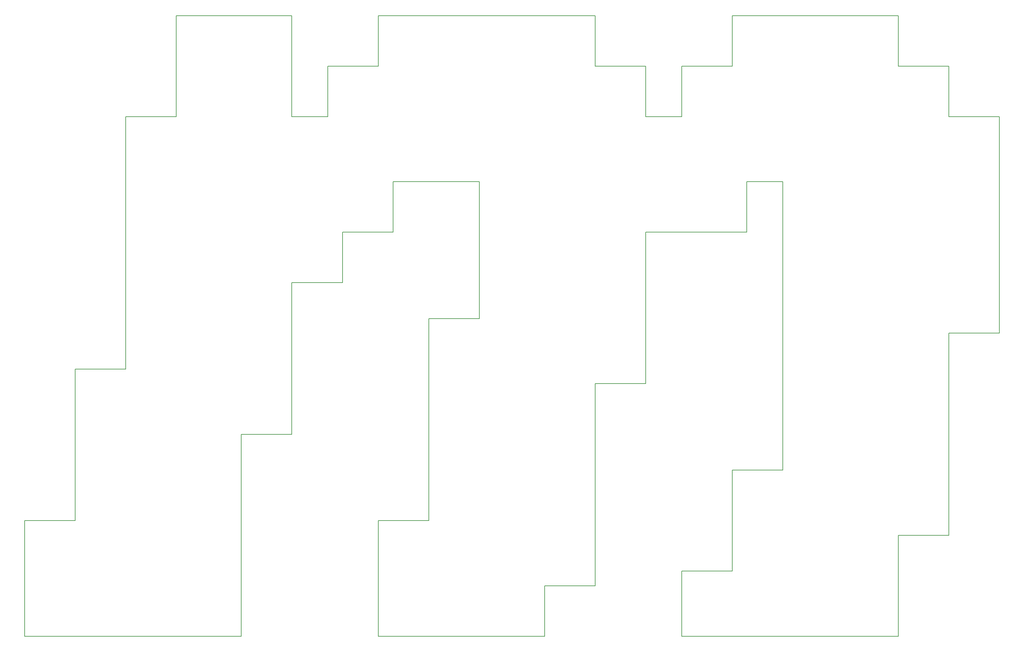
<source format=gbr>
G04 #@! TF.FileFunction,Profile,NP*
%FSLAX46Y46*%
G04 Gerber Fmt 4.6, Leading zero omitted, Abs format (unit mm)*
G04 Created by KiCad (PCBNEW 4.0.6) date Mon Jul 10 19:19:38 2017*
%MOMM*%
%LPD*%
G01*
G04 APERTURE LIST*
%ADD10C,0.100000*%
%ADD11C,0.150000*%
G04 APERTURE END LIST*
D10*
D11*
X56830900Y-17931600D02*
X58830900Y-17931600D01*
X56830900Y-17931600D02*
X56830900Y-19931600D01*
X60830900Y-17931600D02*
X70719800Y-17931600D01*
X70719800Y-17931600D02*
X72719800Y-17931600D01*
X58830900Y-17931600D02*
X60830900Y-17931600D01*
X74719800Y-17931600D02*
X84608700Y-17931600D01*
X84608700Y-17931600D02*
X86608700Y-17931600D01*
X72719800Y-17931600D02*
X74719800Y-17931600D01*
X88608700Y-17931600D02*
X88608700Y-19931600D01*
X86608700Y-17931600D02*
X88608700Y-17931600D01*
X112386400Y-17931600D02*
X114386400Y-17931600D01*
X112386400Y-17931600D02*
X112386400Y-19931600D01*
X116386400Y-17931600D02*
X126275300Y-17931600D01*
X126275300Y-17931600D02*
X128275300Y-17931600D01*
X114386400Y-17931600D02*
X116386400Y-17931600D01*
X130275300Y-17931600D02*
X140164200Y-17931600D01*
X140164200Y-17931600D02*
X142164200Y-17931600D01*
X128275300Y-17931600D02*
X130275300Y-17931600D01*
X144164200Y-17931600D02*
X154053100Y-17931600D01*
X154053100Y-17931600D02*
X156053100Y-17931600D01*
X142164200Y-17931600D02*
X144164200Y-17931600D01*
X158053100Y-17931600D02*
X167942000Y-17931600D01*
X167942000Y-17931600D02*
X169942000Y-17931600D01*
X156053100Y-17931600D02*
X158053100Y-17931600D01*
X171942000Y-17931600D02*
X171942000Y-19931600D01*
X169942000Y-17931600D02*
X171942000Y-17931600D01*
X209608700Y-17931600D02*
X211608700Y-17931600D01*
X209608700Y-17931600D02*
X209608700Y-19931600D01*
X213608700Y-17931600D02*
X223497600Y-17931600D01*
X223497600Y-17931600D02*
X225497600Y-17931600D01*
X211608700Y-17931600D02*
X213608700Y-17931600D01*
X227497600Y-17931600D02*
X237386400Y-17931600D01*
X237386400Y-17931600D02*
X239386400Y-17931600D01*
X225497600Y-17931600D02*
X227497600Y-17931600D01*
X241386400Y-17931600D02*
X251275300Y-17931600D01*
X251275300Y-17931600D02*
X253275300Y-17931600D01*
X239386400Y-17931600D02*
X241386400Y-17931600D01*
X255275300Y-17931600D02*
X255275300Y-19931600D01*
X253275300Y-17931600D02*
X255275300Y-17931600D01*
X56830900Y-19931600D02*
X56830900Y-21931600D01*
X56830900Y-31820400D02*
X56830900Y-33820400D01*
X56830900Y-21931600D02*
X56830900Y-31820400D01*
X88608700Y-19931600D02*
X88608700Y-21931600D01*
X98497600Y-31820400D02*
X100497600Y-31820400D01*
X98497600Y-31820400D02*
X98497600Y-33820400D01*
X88608700Y-31820400D02*
X88608700Y-33820400D01*
X88608700Y-21931600D02*
X88608700Y-31820400D01*
X112386400Y-19931600D02*
X112386400Y-21931600D01*
X102497600Y-31820400D02*
X112386400Y-31820400D01*
X100497600Y-31820400D02*
X102497600Y-31820400D01*
X112386400Y-21931600D02*
X112386400Y-31820400D01*
X171942000Y-19931600D02*
X171942000Y-21931600D01*
X171942000Y-21931600D02*
X171942000Y-31820400D01*
X171942000Y-31820400D02*
X181830900Y-31820400D01*
X181830900Y-31820400D02*
X183830900Y-31820400D01*
X195719800Y-31820400D02*
X197719800Y-31820400D01*
X195719800Y-31820400D02*
X195719800Y-33820400D01*
X185830900Y-31820400D02*
X185830900Y-33820400D01*
X183830900Y-31820400D02*
X185830900Y-31820400D01*
X209608700Y-19931600D02*
X209608700Y-21931600D01*
X199719800Y-31820400D02*
X209608700Y-31820400D01*
X197719800Y-31820400D02*
X199719800Y-31820400D01*
X209608700Y-21931600D02*
X209608700Y-31820400D01*
X255275300Y-19931600D02*
X255275300Y-21931600D01*
X255275300Y-21931600D02*
X255275300Y-31820400D01*
X255275300Y-31820400D02*
X265164200Y-31820400D01*
X265164200Y-31820400D02*
X267164200Y-31820400D01*
X269164200Y-31820400D02*
X269164200Y-33820400D01*
X267164200Y-31820400D02*
X269164200Y-31820400D01*
X42942000Y-45709300D02*
X44942000Y-45709300D01*
X42942000Y-45709300D02*
X42942000Y-47709300D01*
X56830900Y-33820400D02*
X56830900Y-35820400D01*
X46942000Y-45709300D02*
X56830900Y-45709300D01*
X44942000Y-45709300D02*
X46942000Y-45709300D01*
X56830900Y-35820400D02*
X56830900Y-45709300D01*
X88608700Y-33820400D02*
X88608700Y-35820400D01*
X98497600Y-33820400D02*
X98497600Y-35820400D01*
X98497600Y-35820400D02*
X98497600Y-45709300D01*
X88608700Y-45709300D02*
X98497600Y-45709300D01*
X88608700Y-35820400D02*
X88608700Y-45709300D01*
X185830900Y-33820400D02*
X185830900Y-35820400D01*
X195719800Y-33820400D02*
X195719800Y-35820400D01*
X195719800Y-35820400D02*
X195719800Y-45709300D01*
X185830900Y-45709300D02*
X195719800Y-45709300D01*
X185830900Y-35820400D02*
X185830900Y-45709300D01*
X269164200Y-33820400D02*
X269164200Y-35820400D01*
X269164200Y-35820400D02*
X269164200Y-45709300D01*
X269164200Y-45709300D02*
X279053100Y-45709300D01*
X279053100Y-45709300D02*
X281053100Y-45709300D01*
X283053100Y-45709300D02*
X283053100Y-47709300D01*
X281053100Y-45709300D02*
X283053100Y-45709300D01*
X42942000Y-47709300D02*
X42942000Y-49709300D01*
X42942000Y-59598200D02*
X42942000Y-61598200D01*
X42942000Y-49709300D02*
X42942000Y-59598200D01*
X283053100Y-47709300D02*
X283053100Y-49709300D01*
X283053100Y-49709300D02*
X283053100Y-59598200D01*
X283053100Y-59598200D02*
X283053100Y-61598200D01*
X42942000Y-61598200D02*
X42942000Y-63598200D01*
X42942000Y-73487100D02*
X42942000Y-75487100D01*
X42942000Y-63598200D02*
X42942000Y-73487100D01*
X116386400Y-63598200D02*
X126275300Y-63598200D01*
X126275300Y-63598200D02*
X128275300Y-63598200D01*
X116386400Y-63598200D02*
X116386400Y-73487100D01*
X116386400Y-73487100D02*
X116386400Y-75487100D01*
X130275300Y-63598200D02*
X140164200Y-63598200D01*
X140164200Y-63598200D02*
X140164200Y-73487100D01*
X140164200Y-73487100D02*
X140164200Y-75487100D01*
X128275300Y-63598200D02*
X130275300Y-63598200D01*
X223497600Y-73487100D02*
X223497600Y-75487100D01*
X213608700Y-73487100D02*
X213608700Y-75487100D01*
X213608700Y-63598200D02*
X223497600Y-63598200D01*
X223497600Y-63598200D02*
X223497600Y-73487100D01*
X213608700Y-63598200D02*
X213608700Y-73487100D01*
X283053100Y-61598200D02*
X283053100Y-63598200D01*
X283053100Y-63598200D02*
X283053100Y-73487100D01*
X283053100Y-73487100D02*
X283053100Y-75487100D01*
X42942000Y-75487100D02*
X42942000Y-77487100D01*
X42942000Y-87376000D02*
X42942000Y-89376000D01*
X42942000Y-77487100D02*
X42942000Y-87376000D01*
X102497600Y-77487100D02*
X112386400Y-77487100D01*
X112386400Y-77487100D02*
X114386400Y-77487100D01*
X102497600Y-77487100D02*
X102497600Y-87376000D01*
X102497600Y-87376000D02*
X102497600Y-89376000D01*
X116386400Y-75487100D02*
X116386400Y-77487100D01*
X114386400Y-77487100D02*
X116386400Y-77487100D01*
X140164200Y-75487100D02*
X140164200Y-77487100D01*
X140164200Y-87376000D02*
X140164200Y-89376000D01*
X140164200Y-77487100D02*
X140164200Y-87376000D01*
X185830900Y-77487100D02*
X195719800Y-77487100D01*
X195719800Y-77487100D02*
X197719800Y-77487100D01*
X185830900Y-77487100D02*
X185830900Y-87376000D01*
X185830900Y-87376000D02*
X185830900Y-89376000D01*
X199719800Y-77487100D02*
X209608700Y-77487100D01*
X209608700Y-77487100D02*
X211608700Y-77487100D01*
X197719800Y-77487100D02*
X199719800Y-77487100D01*
X213608700Y-75487100D02*
X213608700Y-77487100D01*
X223497600Y-75487100D02*
X223497600Y-77487100D01*
X223497600Y-87376000D02*
X223497600Y-89376000D01*
X211608700Y-77487100D02*
X213608700Y-77487100D01*
X223497600Y-77487100D02*
X223497600Y-87376000D01*
X283053100Y-75487100D02*
X283053100Y-77487100D01*
X283053100Y-77487100D02*
X283053100Y-87376000D01*
X283053100Y-87376000D02*
X283053100Y-89376000D01*
X42942000Y-89376000D02*
X42942000Y-91376000D01*
X42942000Y-101264900D02*
X42942000Y-103264900D01*
X42942000Y-91376000D02*
X42942000Y-101264900D01*
X88608700Y-91376000D02*
X98497600Y-91376000D01*
X98497600Y-91376000D02*
X100497600Y-91376000D01*
X88608700Y-91376000D02*
X88608700Y-101264900D01*
X88608700Y-101264900D02*
X88608700Y-103264900D01*
X102497600Y-89376000D02*
X102497600Y-91376000D01*
X100497600Y-91376000D02*
X102497600Y-91376000D01*
X126275300Y-101264900D02*
X128275300Y-101264900D01*
X126275300Y-101264900D02*
X126275300Y-103264900D01*
X140164200Y-89376000D02*
X140164200Y-91376000D01*
X130275300Y-101264900D02*
X140164200Y-101264900D01*
X128275300Y-101264900D02*
X130275300Y-101264900D01*
X140164200Y-91376000D02*
X140164200Y-101264900D01*
X185830900Y-89376000D02*
X185830900Y-91376000D01*
X185830900Y-91376000D02*
X185830900Y-101264900D01*
X185830900Y-101264900D02*
X185830900Y-103264900D01*
X223497600Y-89376000D02*
X223497600Y-91376000D01*
X223497600Y-101264900D02*
X223497600Y-103264900D01*
X223497600Y-91376000D02*
X223497600Y-101264900D01*
X283053100Y-89376000D02*
X283053100Y-91376000D01*
X283053100Y-91376000D02*
X283053100Y-101264900D01*
X283053100Y-101264900D02*
X283053100Y-103264900D01*
X29053100Y-115153800D02*
X31053100Y-115153800D01*
X29053100Y-115153800D02*
X29053100Y-117153800D01*
X42942000Y-103264900D02*
X42942000Y-105264900D01*
X33053100Y-115153800D02*
X42942000Y-115153800D01*
X31053100Y-115153800D02*
X33053100Y-115153800D01*
X42942000Y-105264900D02*
X42942000Y-115153800D01*
X88608700Y-103264900D02*
X88608700Y-105264900D01*
X88608700Y-105264900D02*
X88608700Y-115153800D01*
X88608700Y-115153800D02*
X88608700Y-117153800D01*
X126275300Y-103264900D02*
X126275300Y-105264900D01*
X126275300Y-115153800D02*
X126275300Y-117153800D01*
X126275300Y-105264900D02*
X126275300Y-115153800D01*
X185830900Y-103264900D02*
X185830900Y-105264900D01*
X185830900Y-105264900D02*
X185830900Y-115153800D01*
X185830900Y-115153800D02*
X185830900Y-117153800D01*
X223497600Y-103264900D02*
X223497600Y-105264900D01*
X223497600Y-115153800D02*
X223497600Y-117153800D01*
X223497600Y-105264900D02*
X223497600Y-115153800D01*
X269164200Y-105264900D02*
X279053100Y-105264900D01*
X279053100Y-105264900D02*
X281053100Y-105264900D01*
X269164200Y-105264900D02*
X269164200Y-115153800D01*
X269164200Y-115153800D02*
X269164200Y-117153800D01*
X283053100Y-103264900D02*
X283053100Y-105264900D01*
X281053100Y-105264900D02*
X283053100Y-105264900D01*
X29053100Y-117153800D02*
X29053100Y-119153800D01*
X29053100Y-129042700D02*
X29053100Y-131042700D01*
X29053100Y-119153800D02*
X29053100Y-129042700D01*
X88608700Y-117153800D02*
X88608700Y-119153800D01*
X88608700Y-119153800D02*
X88608700Y-129042700D01*
X88608700Y-129042700D02*
X88608700Y-131042700D01*
X126275300Y-117153800D02*
X126275300Y-119153800D01*
X126275300Y-129042700D02*
X126275300Y-131042700D01*
X126275300Y-119153800D02*
X126275300Y-129042700D01*
X171942000Y-119153800D02*
X181830900Y-119153800D01*
X181830900Y-119153800D02*
X183830900Y-119153800D01*
X171942000Y-119153800D02*
X171942000Y-129042700D01*
X171942000Y-129042700D02*
X171942000Y-131042700D01*
X185830900Y-117153800D02*
X185830900Y-119153800D01*
X183830900Y-119153800D02*
X185830900Y-119153800D01*
X223497600Y-117153800D02*
X223497600Y-119153800D01*
X223497600Y-129042700D02*
X223497600Y-131042700D01*
X223497600Y-119153800D02*
X223497600Y-129042700D01*
X269164200Y-117153800D02*
X269164200Y-119153800D01*
X269164200Y-119153800D02*
X269164200Y-129042700D01*
X269164200Y-129042700D02*
X269164200Y-131042700D01*
X29053100Y-131042700D02*
X29053100Y-133042700D01*
X29053100Y-142931600D02*
X29053100Y-144931600D01*
X29053100Y-133042700D02*
X29053100Y-142931600D01*
X74719800Y-133042700D02*
X84608700Y-133042700D01*
X84608700Y-133042700D02*
X86608700Y-133042700D01*
X74719800Y-133042700D02*
X74719800Y-142931600D01*
X74719800Y-142931600D02*
X74719800Y-144931600D01*
X88608700Y-131042700D02*
X88608700Y-133042700D01*
X86608700Y-133042700D02*
X88608700Y-133042700D01*
X126275300Y-131042700D02*
X126275300Y-133042700D01*
X126275300Y-142931600D02*
X126275300Y-144931600D01*
X126275300Y-133042700D02*
X126275300Y-142931600D01*
X171942000Y-131042700D02*
X171942000Y-133042700D01*
X171942000Y-133042700D02*
X171942000Y-142931600D01*
X171942000Y-142931600D02*
X171942000Y-144931600D01*
X209608700Y-142931600D02*
X211608700Y-142931600D01*
X209608700Y-142931600D02*
X209608700Y-144931600D01*
X223497600Y-131042700D02*
X223497600Y-133042700D01*
X213608700Y-142931600D02*
X223497600Y-142931600D01*
X211608700Y-142931600D02*
X213608700Y-142931600D01*
X223497600Y-133042700D02*
X223497600Y-142931600D01*
X269164200Y-131042700D02*
X269164200Y-133042700D01*
X269164200Y-133042700D02*
X269164200Y-142931600D01*
X269164200Y-142931600D02*
X269164200Y-144931600D01*
X15164200Y-156820400D02*
X17164200Y-156820400D01*
X15164200Y-156820400D02*
X15164200Y-158820400D01*
X29053100Y-144931600D02*
X29053100Y-146931600D01*
X19164200Y-156820400D02*
X29053100Y-156820400D01*
X17164200Y-156820400D02*
X19164200Y-156820400D01*
X29053100Y-146931600D02*
X29053100Y-156820400D01*
X74719800Y-144931600D02*
X74719800Y-146931600D01*
X74719800Y-146931600D02*
X74719800Y-156820400D01*
X74719800Y-156820400D02*
X74719800Y-158820400D01*
X112386400Y-156820400D02*
X114386400Y-156820400D01*
X112386400Y-156820400D02*
X112386400Y-158820400D01*
X126275300Y-144931600D02*
X126275300Y-146931600D01*
X116386400Y-156820400D02*
X126275300Y-156820400D01*
X114386400Y-156820400D02*
X116386400Y-156820400D01*
X126275300Y-146931600D02*
X126275300Y-156820400D01*
X171942000Y-144931600D02*
X171942000Y-146931600D01*
X171942000Y-146931600D02*
X171942000Y-156820400D01*
X171942000Y-156820400D02*
X171942000Y-158820400D01*
X209608700Y-144931600D02*
X209608700Y-146931600D01*
X209608700Y-156820400D02*
X209608700Y-158820400D01*
X209608700Y-146931600D02*
X209608700Y-156820400D01*
X269164200Y-144931600D02*
X269164200Y-146931600D01*
X269164200Y-146931600D02*
X269164200Y-156820400D01*
X269164200Y-156820400D02*
X269164200Y-158820400D01*
X15164200Y-158820400D02*
X15164200Y-160820400D01*
X15164200Y-170709300D02*
X15164200Y-172709300D01*
X15164200Y-160820400D02*
X15164200Y-170709300D01*
X74719800Y-158820400D02*
X74719800Y-160820400D01*
X74719800Y-160820400D02*
X74719800Y-170709300D01*
X74719800Y-170709300D02*
X74719800Y-172709300D01*
X112386400Y-158820400D02*
X112386400Y-160820400D01*
X112386400Y-170709300D02*
X112386400Y-172709300D01*
X112386400Y-160820400D02*
X112386400Y-170709300D01*
X171942000Y-158820400D02*
X171942000Y-160820400D01*
X171942000Y-160820400D02*
X171942000Y-170709300D01*
X171942000Y-170709300D02*
X171942000Y-172709300D01*
X195719800Y-170709300D02*
X197719800Y-170709300D01*
X195719800Y-170709300D02*
X195719800Y-172709300D01*
X209608700Y-158820400D02*
X209608700Y-160820400D01*
X199719800Y-170709300D02*
X209608700Y-170709300D01*
X197719800Y-170709300D02*
X199719800Y-170709300D01*
X209608700Y-160820400D02*
X209608700Y-170709300D01*
X255275300Y-160820400D02*
X265164200Y-160820400D01*
X265164200Y-160820400D02*
X267164200Y-160820400D01*
X255275300Y-160820400D02*
X255275300Y-170709300D01*
X255275300Y-170709300D02*
X255275300Y-172709300D01*
X269164200Y-158820400D02*
X269164200Y-160820400D01*
X267164200Y-160820400D02*
X269164200Y-160820400D01*
X15164200Y-172709300D02*
X15164200Y-174709300D01*
X15164200Y-184598200D02*
X15164200Y-186598200D01*
X15164200Y-174709300D02*
X15164200Y-184598200D01*
X74719800Y-172709300D02*
X74719800Y-174709300D01*
X74719800Y-174709300D02*
X74719800Y-184598200D01*
X74719800Y-184598200D02*
X74719800Y-186598200D01*
X112386400Y-172709300D02*
X112386400Y-174709300D01*
X112386400Y-184598200D02*
X112386400Y-186598200D01*
X112386400Y-174709300D02*
X112386400Y-184598200D01*
X158053100Y-174709300D02*
X167942000Y-174709300D01*
X167942000Y-174709300D02*
X169942000Y-174709300D01*
X158053100Y-174709300D02*
X158053100Y-184598200D01*
X158053100Y-184598200D02*
X158053100Y-186598200D01*
X171942000Y-172709300D02*
X171942000Y-174709300D01*
X169942000Y-174709300D02*
X171942000Y-174709300D01*
X195719800Y-172709300D02*
X195719800Y-174709300D01*
X195719800Y-184598200D02*
X195719800Y-186598200D01*
X195719800Y-174709300D02*
X195719800Y-184598200D01*
X255275300Y-172709300D02*
X255275300Y-174709300D01*
X255275300Y-174709300D02*
X255275300Y-184598200D01*
X255275300Y-184598200D02*
X255275300Y-186598200D01*
X15164200Y-186598200D02*
X15164200Y-188598200D01*
X15164200Y-188598200D02*
X17164200Y-188598200D01*
X19164200Y-188598200D02*
X29053100Y-188598200D01*
X29053100Y-188598200D02*
X31053100Y-188598200D01*
X17164200Y-188598200D02*
X19164200Y-188598200D01*
X33053100Y-188598200D02*
X42942000Y-188598200D01*
X42942000Y-188598200D02*
X44942000Y-188598200D01*
X31053100Y-188598200D02*
X33053100Y-188598200D01*
X46942000Y-188598200D02*
X56830900Y-188598200D01*
X56830900Y-188598200D02*
X58830900Y-188598200D01*
X44942000Y-188598200D02*
X46942000Y-188598200D01*
X60830900Y-188598200D02*
X70719800Y-188598200D01*
X70719800Y-188598200D02*
X72719800Y-188598200D01*
X58830900Y-188598200D02*
X60830900Y-188598200D01*
X74719800Y-186598200D02*
X74719800Y-188598200D01*
X72719800Y-188598200D02*
X74719800Y-188598200D01*
X112386400Y-186598200D02*
X112386400Y-188598200D01*
X112386400Y-188598200D02*
X114386400Y-188598200D01*
X116386400Y-188598200D02*
X126275300Y-188598200D01*
X126275300Y-188598200D02*
X128275300Y-188598200D01*
X114386400Y-188598200D02*
X116386400Y-188598200D01*
X130275300Y-188598200D02*
X140164200Y-188598200D01*
X140164200Y-188598200D02*
X142164200Y-188598200D01*
X128275300Y-188598200D02*
X130275300Y-188598200D01*
X144164200Y-188598200D02*
X154053100Y-188598200D01*
X154053100Y-188598200D02*
X156053100Y-188598200D01*
X142164200Y-188598200D02*
X144164200Y-188598200D01*
X158053100Y-186598200D02*
X158053100Y-188598200D01*
X156053100Y-188598200D02*
X158053100Y-188598200D01*
X195719800Y-186598200D02*
X195719800Y-188598200D01*
X195719800Y-188598200D02*
X197719800Y-188598200D01*
X199719800Y-188598200D02*
X209608700Y-188598200D01*
X209608700Y-188598200D02*
X211608700Y-188598200D01*
X197719800Y-188598200D02*
X199719800Y-188598200D01*
X213608700Y-188598200D02*
X223497600Y-188598200D01*
X223497600Y-188598200D02*
X225497600Y-188598200D01*
X211608700Y-188598200D02*
X213608700Y-188598200D01*
X227497600Y-188598200D02*
X237386400Y-188598200D01*
X237386400Y-188598200D02*
X239386400Y-188598200D01*
X225497600Y-188598200D02*
X227497600Y-188598200D01*
X241386400Y-188598200D02*
X251275300Y-188598200D01*
X251275300Y-188598200D02*
X253275300Y-188598200D01*
X239386400Y-188598200D02*
X241386400Y-188598200D01*
X255275300Y-186598200D02*
X255275300Y-188598200D01*
X253275300Y-188598200D02*
X255275300Y-188598200D01*
M02*

</source>
